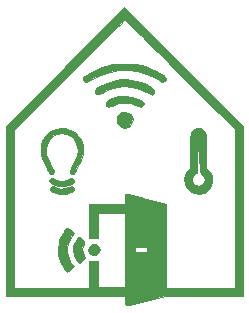
<source format=gbr>
G04 #@! TF.GenerationSoftware,KiCad,Pcbnew,5.1.5+dfsg1-2build2*
G04 #@! TF.CreationDate,2020-06-26T22:11:02+02:00*
G04 #@! TF.ProjectId,robo-car-front-shield,726f626f-2d63-4617-922d-66726f6e742d,rev?*
G04 #@! TF.SameCoordinates,Original*
G04 #@! TF.FileFunction,Legend,Bot*
G04 #@! TF.FilePolarity,Positive*
%FSLAX46Y46*%
G04 Gerber Fmt 4.6, Leading zero omitted, Abs format (unit mm)*
G04 Created by KiCad (PCBNEW 5.1.5+dfsg1-2build2) date 2020-06-26 22:11:02*
%MOMM*%
%LPD*%
G04 APERTURE LIST*
%ADD10C,0.010000*%
G04 APERTURE END LIST*
D10*
G36*
X56963200Y-4301706D02*
G01*
X56501919Y-4347267D01*
X56197500Y-4403862D01*
X55935852Y-4482823D01*
X55618066Y-4601509D01*
X55271949Y-4746965D01*
X54925312Y-4906236D01*
X54605963Y-5066368D01*
X54341711Y-5214406D01*
X54160364Y-5337394D01*
X54123841Y-5369886D01*
X54023162Y-5494674D01*
X54014407Y-5596861D01*
X54035972Y-5646774D01*
X54132825Y-5767835D01*
X54263468Y-5808317D01*
X54446361Y-5766870D01*
X54699965Y-5642148D01*
X54786462Y-5591938D01*
X55509477Y-5232099D01*
X56265988Y-4985952D01*
X57041850Y-4853201D01*
X57822920Y-4833550D01*
X58595054Y-4926703D01*
X59344107Y-5132364D01*
X60055935Y-5450236D01*
X60483750Y-5711274D01*
X60648319Y-5809948D01*
X60767123Y-5832456D01*
X60890161Y-5786047D01*
X60912375Y-5773413D01*
X61008989Y-5655682D01*
X61008999Y-5496937D01*
X60916916Y-5333011D01*
X60848875Y-5268861D01*
X60639299Y-5131006D01*
X60342347Y-4971476D01*
X59992189Y-4805424D01*
X59622993Y-4647999D01*
X59268928Y-4514353D01*
X58964162Y-4419636D01*
X58896250Y-4403038D01*
X58482039Y-4335143D01*
X57994381Y-4295631D01*
X57474394Y-4284489D01*
X56963200Y-4301706D01*
G37*
X56963200Y-4301706D02*
X56501919Y-4347267D01*
X56197500Y-4403862D01*
X55935852Y-4482823D01*
X55618066Y-4601509D01*
X55271949Y-4746965D01*
X54925312Y-4906236D01*
X54605963Y-5066368D01*
X54341711Y-5214406D01*
X54160364Y-5337394D01*
X54123841Y-5369886D01*
X54023162Y-5494674D01*
X54014407Y-5596861D01*
X54035972Y-5646774D01*
X54132825Y-5767835D01*
X54263468Y-5808317D01*
X54446361Y-5766870D01*
X54699965Y-5642148D01*
X54786462Y-5591938D01*
X55509477Y-5232099D01*
X56265988Y-4985952D01*
X57041850Y-4853201D01*
X57822920Y-4833550D01*
X58595054Y-4926703D01*
X59344107Y-5132364D01*
X60055935Y-5450236D01*
X60483750Y-5711274D01*
X60648319Y-5809948D01*
X60767123Y-5832456D01*
X60890161Y-5786047D01*
X60912375Y-5773413D01*
X61008989Y-5655682D01*
X61008999Y-5496937D01*
X60916916Y-5333011D01*
X60848875Y-5268861D01*
X60639299Y-5131006D01*
X60342347Y-4971476D01*
X59992189Y-4805424D01*
X59622993Y-4647999D01*
X59268928Y-4514353D01*
X58964162Y-4419636D01*
X58896250Y-4403038D01*
X58482039Y-4335143D01*
X57994381Y-4295631D01*
X57474394Y-4284489D01*
X56963200Y-4301706D01*
G36*
X57333662Y-5615261D02*
G01*
X57277000Y-5619928D01*
X56795200Y-5693220D01*
X56307572Y-5816876D01*
X55846345Y-5979341D01*
X55443749Y-6169060D01*
X55132011Y-6374476D01*
X55102125Y-6399731D01*
X55004340Y-6549774D01*
X55004203Y-6711954D01*
X55098082Y-6841255D01*
X55139685Y-6864967D01*
X55245714Y-6893426D01*
X55364047Y-6869124D01*
X55533352Y-6781688D01*
X55600060Y-6741476D01*
X56220350Y-6430604D01*
X56860754Y-6243843D01*
X57513831Y-6181330D01*
X58172136Y-6243202D01*
X58828229Y-6429597D01*
X59353634Y-6672336D01*
X59567057Y-6787204D01*
X59733337Y-6874073D01*
X59824768Y-6918562D01*
X59833623Y-6921500D01*
X59896318Y-6888787D01*
X59969644Y-6838567D01*
X60069558Y-6711324D01*
X60058767Y-6567919D01*
X59951536Y-6414809D01*
X59762130Y-6258450D01*
X59504815Y-6105297D01*
X59193855Y-5961807D01*
X58843516Y-5834436D01*
X58468062Y-5729639D01*
X58081758Y-5653874D01*
X57698870Y-5613596D01*
X57333662Y-5615261D01*
G37*
X57333662Y-5615261D02*
X57277000Y-5619928D01*
X56795200Y-5693220D01*
X56307572Y-5816876D01*
X55846345Y-5979341D01*
X55443749Y-6169060D01*
X55132011Y-6374476D01*
X55102125Y-6399731D01*
X55004340Y-6549774D01*
X55004203Y-6711954D01*
X55098082Y-6841255D01*
X55139685Y-6864967D01*
X55245714Y-6893426D01*
X55364047Y-6869124D01*
X55533352Y-6781688D01*
X55600060Y-6741476D01*
X56220350Y-6430604D01*
X56860754Y-6243843D01*
X57513831Y-6181330D01*
X58172136Y-6243202D01*
X58828229Y-6429597D01*
X59353634Y-6672336D01*
X59567057Y-6787204D01*
X59733337Y-6874073D01*
X59824768Y-6918562D01*
X59833623Y-6921500D01*
X59896318Y-6888787D01*
X59969644Y-6838567D01*
X60069558Y-6711324D01*
X60058767Y-6567919D01*
X59951536Y-6414809D01*
X59762130Y-6258450D01*
X59504815Y-6105297D01*
X59193855Y-5961807D01*
X58843516Y-5834436D01*
X58468062Y-5729639D01*
X58081758Y-5653874D01*
X57698870Y-5613596D01*
X57333662Y-5615261D01*
G36*
X57050769Y-7045679D02*
G01*
X56506004Y-7211813D01*
X56345533Y-7286667D01*
X56144697Y-7394132D01*
X56033419Y-7477469D01*
X55985628Y-7565084D01*
X55975256Y-7685379D01*
X55975250Y-7690122D01*
X55989927Y-7840544D01*
X56053083Y-7906758D01*
X56138455Y-7924740D01*
X56282541Y-7906749D01*
X56485350Y-7840515D01*
X56646455Y-7768063D01*
X56845238Y-7676728D01*
X57028421Y-7623058D01*
X57243800Y-7597448D01*
X57531000Y-7590322D01*
X57824169Y-7595527D01*
X58039298Y-7620058D01*
X58224957Y-7673275D01*
X58426330Y-7762875D01*
X58709058Y-7885294D01*
X58909293Y-7929625D01*
X59043789Y-7897022D01*
X59118500Y-7810500D01*
X59152151Y-7658145D01*
X59078100Y-7513284D01*
X58889401Y-7366704D01*
X58711630Y-7270845D01*
X58171893Y-7075072D01*
X57612169Y-7000057D01*
X57050769Y-7045679D01*
G37*
X57050769Y-7045679D02*
X56506004Y-7211813D01*
X56345533Y-7286667D01*
X56144697Y-7394132D01*
X56033419Y-7477469D01*
X55985628Y-7565084D01*
X55975256Y-7685379D01*
X55975250Y-7690122D01*
X55989927Y-7840544D01*
X56053083Y-7906758D01*
X56138455Y-7924740D01*
X56282541Y-7906749D01*
X56485350Y-7840515D01*
X56646455Y-7768063D01*
X56845238Y-7676728D01*
X57028421Y-7623058D01*
X57243800Y-7597448D01*
X57531000Y-7590322D01*
X57824169Y-7595527D01*
X58039298Y-7620058D01*
X58224957Y-7673275D01*
X58426330Y-7762875D01*
X58709058Y-7885294D01*
X58909293Y-7929625D01*
X59043789Y-7897022D01*
X59118500Y-7810500D01*
X59152151Y-7658145D01*
X59078100Y-7513284D01*
X58889401Y-7366704D01*
X58711630Y-7270845D01*
X58171893Y-7075072D01*
X57612169Y-7000057D01*
X57050769Y-7045679D01*
G36*
X57305128Y-8401687D02*
G01*
X57149882Y-8473186D01*
X57067438Y-8545380D01*
X56909418Y-8778386D01*
X56860066Y-9028838D01*
X56908222Y-9272106D01*
X57042726Y-9483565D01*
X57252418Y-9638587D01*
X57526137Y-9712545D01*
X57597697Y-9715500D01*
X57786477Y-9672786D01*
X57979726Y-9532510D01*
X58013600Y-9499600D01*
X58179353Y-9261285D01*
X58233114Y-9012455D01*
X58185230Y-8776687D01*
X58046048Y-8577559D01*
X57825913Y-8438649D01*
X57535174Y-8383533D01*
X57523785Y-8383411D01*
X57305128Y-8401687D01*
G37*
X57305128Y-8401687D02*
X57149882Y-8473186D01*
X57067438Y-8545380D01*
X56909418Y-8778386D01*
X56860066Y-9028838D01*
X56908222Y-9272106D01*
X57042726Y-9483565D01*
X57252418Y-9638587D01*
X57526137Y-9712545D01*
X57597697Y-9715500D01*
X57786477Y-9672786D01*
X57979726Y-9532510D01*
X58013600Y-9499600D01*
X58179353Y-9261285D01*
X58233114Y-9012455D01*
X58185230Y-8776687D01*
X58046048Y-8577559D01*
X57825913Y-8438649D01*
X57535174Y-8383533D01*
X57523785Y-8383411D01*
X57305128Y-8401687D01*
G36*
X51698819Y-9815283D02*
G01*
X51301816Y-9995988D01*
X50942039Y-10281503D01*
X50704315Y-10569284D01*
X50585106Y-10747146D01*
X50510710Y-10885758D01*
X50470565Y-11024851D01*
X50454106Y-11204157D01*
X50450772Y-11463409D01*
X50450750Y-11523064D01*
X50453264Y-11790078D01*
X50467693Y-11988409D01*
X50504369Y-12159085D01*
X50573623Y-12343132D01*
X50685787Y-12581577D01*
X50750048Y-12711584D01*
X50882110Y-12981400D01*
X50998487Y-13226045D01*
X51083607Y-13412424D01*
X51115276Y-13487897D01*
X51196484Y-13617080D01*
X51315584Y-13641306D01*
X51317493Y-13641028D01*
X51448444Y-13604059D01*
X51518218Y-13530545D01*
X51525767Y-13404626D01*
X51470045Y-13210441D01*
X51350006Y-12932130D01*
X51258134Y-12741402D01*
X51120185Y-12449113D01*
X50999599Y-12171596D01*
X50910893Y-11943586D01*
X50872069Y-11817668D01*
X50849173Y-11441225D01*
X50936731Y-11067659D01*
X51121683Y-10729404D01*
X51390972Y-10458897D01*
X51430228Y-10431251D01*
X51812452Y-10243252D01*
X52208083Y-10179379D01*
X52603776Y-10239611D01*
X52986187Y-10423929D01*
X53000460Y-10433504D01*
X53285149Y-10679796D01*
X53464956Y-10971130D01*
X53550939Y-11329618D01*
X53562250Y-11557000D01*
X53556903Y-11747293D01*
X53534047Y-11911418D01*
X53483461Y-12082026D01*
X53394927Y-12291770D01*
X53258224Y-12573303D01*
X53220839Y-12647782D01*
X53064131Y-12970612D01*
X52966058Y-13203963D01*
X52919727Y-13367145D01*
X52918243Y-13479466D01*
X52920424Y-13489157D01*
X52999877Y-13616462D01*
X53122865Y-13653391D01*
X53243310Y-13588397D01*
X53255459Y-13573125D01*
X53303786Y-13487683D01*
X53393545Y-13312163D01*
X53512272Y-13071481D01*
X53647501Y-12790554D01*
X53658737Y-12766924D01*
X53812473Y-12433367D01*
X53916027Y-12178437D01*
X53979937Y-11969213D01*
X54014740Y-11772779D01*
X54028143Y-11612931D01*
X54032787Y-11341956D01*
X54002813Y-11132537D01*
X53927086Y-10921420D01*
X53893410Y-10847506D01*
X53636490Y-10431060D01*
X53312957Y-10110364D01*
X52940117Y-9886928D01*
X52535276Y-9762263D01*
X52115741Y-9737878D01*
X51698819Y-9815283D01*
G37*
X51698819Y-9815283D02*
X51301816Y-9995988D01*
X50942039Y-10281503D01*
X50704315Y-10569284D01*
X50585106Y-10747146D01*
X50510710Y-10885758D01*
X50470565Y-11024851D01*
X50454106Y-11204157D01*
X50450772Y-11463409D01*
X50450750Y-11523064D01*
X50453264Y-11790078D01*
X50467693Y-11988409D01*
X50504369Y-12159085D01*
X50573623Y-12343132D01*
X50685787Y-12581577D01*
X50750048Y-12711584D01*
X50882110Y-12981400D01*
X50998487Y-13226045D01*
X51083607Y-13412424D01*
X51115276Y-13487897D01*
X51196484Y-13617080D01*
X51315584Y-13641306D01*
X51317493Y-13641028D01*
X51448444Y-13604059D01*
X51518218Y-13530545D01*
X51525767Y-13404626D01*
X51470045Y-13210441D01*
X51350006Y-12932130D01*
X51258134Y-12741402D01*
X51120185Y-12449113D01*
X50999599Y-12171596D01*
X50910893Y-11943586D01*
X50872069Y-11817668D01*
X50849173Y-11441225D01*
X50936731Y-11067659D01*
X51121683Y-10729404D01*
X51390972Y-10458897D01*
X51430228Y-10431251D01*
X51812452Y-10243252D01*
X52208083Y-10179379D01*
X52603776Y-10239611D01*
X52986187Y-10423929D01*
X53000460Y-10433504D01*
X53285149Y-10679796D01*
X53464956Y-10971130D01*
X53550939Y-11329618D01*
X53562250Y-11557000D01*
X53556903Y-11747293D01*
X53534047Y-11911418D01*
X53483461Y-12082026D01*
X53394927Y-12291770D01*
X53258224Y-12573303D01*
X53220839Y-12647782D01*
X53064131Y-12970612D01*
X52966058Y-13203963D01*
X52919727Y-13367145D01*
X52918243Y-13479466D01*
X52920424Y-13489157D01*
X52999877Y-13616462D01*
X53122865Y-13653391D01*
X53243310Y-13588397D01*
X53255459Y-13573125D01*
X53303786Y-13487683D01*
X53393545Y-13312163D01*
X53512272Y-13071481D01*
X53647501Y-12790554D01*
X53658737Y-12766924D01*
X53812473Y-12433367D01*
X53916027Y-12178437D01*
X53979937Y-11969213D01*
X54014740Y-11772779D01*
X54028143Y-11612931D01*
X54032787Y-11341956D01*
X54002813Y-11132537D01*
X53927086Y-10921420D01*
X53893410Y-10847506D01*
X53636490Y-10431060D01*
X53312957Y-10110364D01*
X52940117Y-9886928D01*
X52535276Y-9762263D01*
X52115741Y-9737878D01*
X51698819Y-9815283D01*
G36*
X52975292Y-14005175D02*
G01*
X52849487Y-14059263D01*
X52443775Y-14190706D01*
X52043966Y-14195293D01*
X51703166Y-14097039D01*
X51448882Y-14007716D01*
X51283617Y-14000478D01*
X51198203Y-14076863D01*
X51181000Y-14184592D01*
X51239828Y-14327442D01*
X51398950Y-14451048D01*
X51632323Y-14549127D01*
X51913903Y-14615396D01*
X52217648Y-14643574D01*
X52517516Y-14627377D01*
X52768500Y-14567553D01*
X53053310Y-14440673D01*
X53221419Y-14308522D01*
X53269598Y-14175327D01*
X53194618Y-14045319D01*
X53178200Y-14030968D01*
X53090522Y-13986849D01*
X52975292Y-14005175D01*
G37*
X52975292Y-14005175D02*
X52849487Y-14059263D01*
X52443775Y-14190706D01*
X52043966Y-14195293D01*
X51703166Y-14097039D01*
X51448882Y-14007716D01*
X51283617Y-14000478D01*
X51198203Y-14076863D01*
X51181000Y-14184592D01*
X51239828Y-14327442D01*
X51398950Y-14451048D01*
X51632323Y-14549127D01*
X51913903Y-14615396D01*
X52217648Y-14643574D01*
X52517516Y-14627377D01*
X52768500Y-14567553D01*
X53053310Y-14440673D01*
X53221419Y-14308522D01*
X53269598Y-14175327D01*
X53194618Y-14045319D01*
X53178200Y-14030968D01*
X53090522Y-13986849D01*
X52975292Y-14005175D01*
G36*
X51277534Y-14691459D02*
G01*
X51185041Y-14809945D01*
X51202280Y-14935132D01*
X51313137Y-15056650D01*
X51501496Y-15164130D01*
X51751243Y-15247205D01*
X52046263Y-15295504D01*
X52228750Y-15303500D01*
X52541125Y-15288290D01*
X52783676Y-15235604D01*
X52961421Y-15160625D01*
X53141897Y-15053988D01*
X53227138Y-14954122D01*
X53244750Y-14859000D01*
X53198424Y-14726182D01*
X53070214Y-14677296D01*
X52876270Y-14715540D01*
X52767181Y-14764432D01*
X52497914Y-14847233D01*
X52174744Y-14864490D01*
X51851816Y-14817406D01*
X51640050Y-14739422D01*
X51468802Y-14663127D01*
X51359316Y-14651529D01*
X51277534Y-14691459D01*
G37*
X51277534Y-14691459D02*
X51185041Y-14809945D01*
X51202280Y-14935132D01*
X51313137Y-15056650D01*
X51501496Y-15164130D01*
X51751243Y-15247205D01*
X52046263Y-15295504D01*
X52228750Y-15303500D01*
X52541125Y-15288290D01*
X52783676Y-15235604D01*
X52961421Y-15160625D01*
X53141897Y-15053988D01*
X53227138Y-14954122D01*
X53244750Y-14859000D01*
X53198424Y-14726182D01*
X53070214Y-14677296D01*
X52876270Y-14715540D01*
X52767181Y-14764432D01*
X52497914Y-14847233D01*
X52174744Y-14864490D01*
X51851816Y-14817406D01*
X51640050Y-14739422D01*
X51468802Y-14663127D01*
X51359316Y-14651529D01*
X51277534Y-14691459D01*
G36*
X63640833Y-9757843D02*
G01*
X63488885Y-9820159D01*
X63356492Y-9905996D01*
X63253987Y-10002987D01*
X63177603Y-10127754D01*
X63123572Y-10296915D01*
X63088124Y-10527091D01*
X63067492Y-10834902D01*
X63057907Y-11236969D01*
X63055599Y-11731075D01*
X63055500Y-13079901D01*
X62839363Y-13363056D01*
X62645465Y-13709103D01*
X62570371Y-14070731D01*
X62613727Y-14429163D01*
X62775179Y-14765620D01*
X62868059Y-14884531D01*
X63167073Y-15138333D01*
X63507346Y-15278820D01*
X63868900Y-15303046D01*
X64231758Y-15208063D01*
X64411780Y-15112203D01*
X64686437Y-14870322D01*
X64868143Y-14568037D01*
X64954157Y-14231150D01*
X64950804Y-14137823D01*
X64325451Y-14137823D01*
X64246790Y-14369443D01*
X64223456Y-14404930D01*
X64030701Y-14588573D01*
X63799956Y-14652553D01*
X63542814Y-14594126D01*
X63503732Y-14575179D01*
X63332276Y-14423598D01*
X63244518Y-14214281D01*
X63239586Y-13984001D01*
X63316608Y-13769531D01*
X63474709Y-13607647D01*
X63527363Y-13579445D01*
X63688324Y-13506106D01*
X63705287Y-11959988D01*
X63713446Y-11449737D01*
X63725497Y-11030335D01*
X63741001Y-10710325D01*
X63759518Y-10498254D01*
X63780607Y-10402665D01*
X63785750Y-10398060D01*
X63808102Y-10454760D01*
X63827512Y-10633166D01*
X63843702Y-10928014D01*
X63856396Y-11334038D01*
X63865316Y-11845971D01*
X63866267Y-11927465D01*
X63883283Y-13472680D01*
X64104392Y-13681213D01*
X64277797Y-13907269D01*
X64325451Y-14137823D01*
X64950804Y-14137823D01*
X64941737Y-13885468D01*
X64828143Y-13556792D01*
X64610633Y-13270929D01*
X64607673Y-13268138D01*
X64452501Y-13122362D01*
X64452501Y-11696301D01*
X64451807Y-11231260D01*
X64448766Y-10875280D01*
X64441941Y-10610424D01*
X64429892Y-10418756D01*
X64411181Y-10282339D01*
X64384370Y-10183237D01*
X64348020Y-10103513D01*
X64321078Y-10057594D01*
X64131772Y-9853373D01*
X63895199Y-9750654D01*
X63640833Y-9757843D01*
G37*
X63640833Y-9757843D02*
X63488885Y-9820159D01*
X63356492Y-9905996D01*
X63253987Y-10002987D01*
X63177603Y-10127754D01*
X63123572Y-10296915D01*
X63088124Y-10527091D01*
X63067492Y-10834902D01*
X63057907Y-11236969D01*
X63055599Y-11731075D01*
X63055500Y-13079901D01*
X62839363Y-13363056D01*
X62645465Y-13709103D01*
X62570371Y-14070731D01*
X62613727Y-14429163D01*
X62775179Y-14765620D01*
X62868059Y-14884531D01*
X63167073Y-15138333D01*
X63507346Y-15278820D01*
X63868900Y-15303046D01*
X64231758Y-15208063D01*
X64411780Y-15112203D01*
X64686437Y-14870322D01*
X64868143Y-14568037D01*
X64954157Y-14231150D01*
X64950804Y-14137823D01*
X64325451Y-14137823D01*
X64246790Y-14369443D01*
X64223456Y-14404930D01*
X64030701Y-14588573D01*
X63799956Y-14652553D01*
X63542814Y-14594126D01*
X63503732Y-14575179D01*
X63332276Y-14423598D01*
X63244518Y-14214281D01*
X63239586Y-13984001D01*
X63316608Y-13769531D01*
X63474709Y-13607647D01*
X63527363Y-13579445D01*
X63688324Y-13506106D01*
X63705287Y-11959988D01*
X63713446Y-11449737D01*
X63725497Y-11030335D01*
X63741001Y-10710325D01*
X63759518Y-10498254D01*
X63780607Y-10402665D01*
X63785750Y-10398060D01*
X63808102Y-10454760D01*
X63827512Y-10633166D01*
X63843702Y-10928014D01*
X63856396Y-11334038D01*
X63865316Y-11845971D01*
X63866267Y-11927465D01*
X63883283Y-13472680D01*
X64104392Y-13681213D01*
X64277797Y-13907269D01*
X64325451Y-14137823D01*
X64950804Y-14137823D01*
X64941737Y-13885468D01*
X64828143Y-13556792D01*
X64610633Y-13270929D01*
X64607673Y-13268138D01*
X64452501Y-13122362D01*
X64452501Y-11696301D01*
X64451807Y-11231260D01*
X64448766Y-10875280D01*
X64441941Y-10610424D01*
X64429892Y-10418756D01*
X64411181Y-10282339D01*
X64384370Y-10183237D01*
X64348020Y-10103513D01*
X64321078Y-10057594D01*
X64131772Y-9853373D01*
X63895199Y-9750654D01*
X63640833Y-9757843D01*
G36*
X54793185Y-19591356D02*
G01*
X54613512Y-19686338D01*
X54500413Y-19853462D01*
X54459495Y-20055086D01*
X54496367Y-20253571D01*
X54616637Y-20411274D01*
X54666286Y-20443139D01*
X54903970Y-20511812D01*
X55130416Y-20474729D01*
X55303892Y-20343186D01*
X55409046Y-20176375D01*
X55424081Y-20025333D01*
X55352743Y-19836482D01*
X55340947Y-19813346D01*
X55198088Y-19638635D01*
X54998775Y-19571754D01*
X54793185Y-19591356D01*
G37*
X54793185Y-19591356D02*
X54613512Y-19686338D01*
X54500413Y-19853462D01*
X54459495Y-20055086D01*
X54496367Y-20253571D01*
X54616637Y-20411274D01*
X54666286Y-20443139D01*
X54903970Y-20511812D01*
X55130416Y-20474729D01*
X55303892Y-20343186D01*
X55409046Y-20176375D01*
X55424081Y-20025333D01*
X55352743Y-19836482D01*
X55340947Y-19813346D01*
X55198088Y-19638635D01*
X54998775Y-19571754D01*
X54793185Y-19591356D01*
G36*
X53593023Y-18997843D02*
G01*
X53481879Y-19140087D01*
X53383171Y-19298350D01*
X53262152Y-19543679D01*
X53203965Y-19765651D01*
X53189188Y-20031582D01*
X53227551Y-20385326D01*
X53332272Y-20721623D01*
X53487795Y-20998171D01*
X53583660Y-21104391D01*
X53655383Y-21155800D01*
X53724629Y-21150284D01*
X53822784Y-21074726D01*
X53944695Y-20953520D01*
X54192277Y-20699974D01*
X54073743Y-20499311D01*
X53985345Y-20255791D01*
X53963520Y-19974178D01*
X54008635Y-19710534D01*
X54067767Y-19584628D01*
X54124204Y-19484761D01*
X54126714Y-19401988D01*
X54065487Y-19294665D01*
X53970388Y-19171176D01*
X53837659Y-19028970D01*
X53720349Y-18945693D01*
X53672998Y-18935726D01*
X53593023Y-18997843D01*
G37*
X53593023Y-18997843D02*
X53481879Y-19140087D01*
X53383171Y-19298350D01*
X53262152Y-19543679D01*
X53203965Y-19765651D01*
X53189188Y-20031582D01*
X53227551Y-20385326D01*
X53332272Y-20721623D01*
X53487795Y-20998171D01*
X53583660Y-21104391D01*
X53655383Y-21155800D01*
X53724629Y-21150284D01*
X53822784Y-21074726D01*
X53944695Y-20953520D01*
X54192277Y-20699974D01*
X54073743Y-20499311D01*
X53985345Y-20255791D01*
X53963520Y-19974178D01*
X54008635Y-19710534D01*
X54067767Y-19584628D01*
X54124204Y-19484761D01*
X54126714Y-19401988D01*
X54065487Y-19294665D01*
X53970388Y-19171176D01*
X53837659Y-19028970D01*
X53720349Y-18945693D01*
X53672998Y-18935726D01*
X53593023Y-18997843D01*
G36*
X52642079Y-18192392D02*
G01*
X52522506Y-18310750D01*
X52381061Y-18516902D01*
X52235424Y-18777955D01*
X52103276Y-19061020D01*
X52002298Y-19333205D01*
X51973496Y-19436120D01*
X51896244Y-19972817D01*
X51936146Y-20497480D01*
X52073634Y-20981885D01*
X52175863Y-21210087D01*
X52308741Y-21446509D01*
X52451255Y-21659540D01*
X52582394Y-21817568D01*
X52675505Y-21887391D01*
X52752457Y-21857374D01*
X52881773Y-21757251D01*
X52989090Y-21655200D01*
X53236921Y-21401398D01*
X53101063Y-21256783D01*
X52953180Y-21046496D01*
X52816014Y-20759833D01*
X52711357Y-20446936D01*
X52674469Y-20275241D01*
X52667994Y-19899873D01*
X52752662Y-19495704D01*
X52916999Y-19108756D01*
X52998789Y-18974555D01*
X53219887Y-18646004D01*
X52969362Y-18395479D01*
X52802631Y-18250256D01*
X52680877Y-18187908D01*
X52642079Y-18192392D01*
G37*
X52642079Y-18192392D02*
X52522506Y-18310750D01*
X52381061Y-18516902D01*
X52235424Y-18777955D01*
X52103276Y-19061020D01*
X52002298Y-19333205D01*
X51973496Y-19436120D01*
X51896244Y-19972817D01*
X51936146Y-20497480D01*
X52073634Y-20981885D01*
X52175863Y-21210087D01*
X52308741Y-21446509D01*
X52451255Y-21659540D01*
X52582394Y-21817568D01*
X52675505Y-21887391D01*
X52752457Y-21857374D01*
X52881773Y-21757251D01*
X52989090Y-21655200D01*
X53236921Y-21401398D01*
X53101063Y-21256783D01*
X52953180Y-21046496D01*
X52816014Y-20759833D01*
X52711357Y-20446936D01*
X52674469Y-20275241D01*
X52667994Y-19899873D01*
X52752662Y-19495704D01*
X52916999Y-19108756D01*
X52998789Y-18974555D01*
X53219887Y-18646004D01*
X52969362Y-18395479D01*
X52802631Y-18250256D01*
X52680877Y-18187908D01*
X52642079Y-18192392D01*
G36*
X52514500Y-4540250D02*
G01*
X47498000Y-9556448D01*
X47498000Y-23939500D01*
X57594500Y-23939500D01*
X57594500Y-24352250D01*
X57603616Y-24597755D01*
X57632492Y-24729262D01*
X57673875Y-24760249D01*
X57754781Y-24743743D01*
X57941354Y-24699738D01*
X58216298Y-24632504D01*
X58562317Y-24546310D01*
X58962115Y-24445422D01*
X59340750Y-24348886D01*
X60928250Y-23942273D01*
X64246125Y-23940886D01*
X67564000Y-23939500D01*
X67564000Y-9845481D01*
X66865500Y-9845481D01*
X66865500Y-23241000D01*
X61023500Y-23241000D01*
X61023500Y-19812000D01*
X59436000Y-19812000D01*
X59436000Y-20256500D01*
X58420000Y-20256500D01*
X58420000Y-19812000D01*
X59436000Y-19812000D01*
X61023500Y-19812000D01*
X61023500Y-19692912D01*
X61023501Y-16144825D01*
X59341596Y-15724162D01*
X58898805Y-15613702D01*
X58497296Y-15514090D01*
X58153256Y-15429297D01*
X57882872Y-15363295D01*
X57702335Y-15320057D01*
X57627830Y-15303553D01*
X57627096Y-15303500D01*
X57610494Y-15361433D01*
X57598754Y-15513010D01*
X57594500Y-15716250D01*
X57594500Y-16129000D01*
X54546500Y-16129000D01*
X54546500Y-19081750D01*
X55308500Y-19081750D01*
X55308500Y-16891000D01*
X57594500Y-16891000D01*
X57594500Y-23177500D01*
X55308500Y-23177500D01*
X55308500Y-20986750D01*
X54546500Y-20986750D01*
X54546500Y-23241000D01*
X48196500Y-23241000D01*
X48196500Y-16557785D01*
X48196501Y-9874571D01*
X52847714Y-5223035D01*
X53486508Y-4584638D01*
X54100251Y-3972136D01*
X54682969Y-3391446D01*
X55228684Y-2848484D01*
X55731423Y-2349167D01*
X56185209Y-1899411D01*
X56584068Y-1505132D01*
X56922024Y-1172248D01*
X57193101Y-906673D01*
X57391325Y-714326D01*
X57510719Y-601121D01*
X57545603Y-571499D01*
X57595982Y-615465D01*
X57730073Y-743412D01*
X57941893Y-949414D01*
X58225456Y-1227545D01*
X58574778Y-1571881D01*
X58983874Y-1976494D01*
X59446758Y-2435459D01*
X59957446Y-2942851D01*
X60509953Y-3492743D01*
X61098294Y-4079210D01*
X61716484Y-4696327D01*
X62228890Y-5208490D01*
X66865500Y-9845481D01*
X67564000Y-9845481D01*
X67564000Y-9556448D01*
X62547500Y-4540250D01*
X57531000Y475949D01*
X52514500Y-4540250D01*
G37*
X52514500Y-4540250D02*
X47498000Y-9556448D01*
X47498000Y-23939500D01*
X57594500Y-23939500D01*
X57594500Y-24352250D01*
X57603616Y-24597755D01*
X57632492Y-24729262D01*
X57673875Y-24760249D01*
X57754781Y-24743743D01*
X57941354Y-24699738D01*
X58216298Y-24632504D01*
X58562317Y-24546310D01*
X58962115Y-24445422D01*
X59340750Y-24348886D01*
X60928250Y-23942273D01*
X64246125Y-23940886D01*
X67564000Y-23939500D01*
X67564000Y-9845481D01*
X66865500Y-9845481D01*
X66865500Y-23241000D01*
X61023500Y-23241000D01*
X61023500Y-19812000D01*
X59436000Y-19812000D01*
X59436000Y-20256500D01*
X58420000Y-20256500D01*
X58420000Y-19812000D01*
X59436000Y-19812000D01*
X61023500Y-19812000D01*
X61023500Y-19692912D01*
X61023501Y-16144825D01*
X59341596Y-15724162D01*
X58898805Y-15613702D01*
X58497296Y-15514090D01*
X58153256Y-15429297D01*
X57882872Y-15363295D01*
X57702335Y-15320057D01*
X57627830Y-15303553D01*
X57627096Y-15303500D01*
X57610494Y-15361433D01*
X57598754Y-15513010D01*
X57594500Y-15716250D01*
X57594500Y-16129000D01*
X54546500Y-16129000D01*
X54546500Y-19081750D01*
X55308500Y-19081750D01*
X55308500Y-16891000D01*
X57594500Y-16891000D01*
X57594500Y-23177500D01*
X55308500Y-23177500D01*
X55308500Y-20986750D01*
X54546500Y-20986750D01*
X54546500Y-23241000D01*
X48196500Y-23241000D01*
X48196500Y-16557785D01*
X48196501Y-9874571D01*
X52847714Y-5223035D01*
X53486508Y-4584638D01*
X54100251Y-3972136D01*
X54682969Y-3391446D01*
X55228684Y-2848484D01*
X55731423Y-2349167D01*
X56185209Y-1899411D01*
X56584068Y-1505132D01*
X56922024Y-1172248D01*
X57193101Y-906673D01*
X57391325Y-714326D01*
X57510719Y-601121D01*
X57545603Y-571499D01*
X57595982Y-615465D01*
X57730073Y-743412D01*
X57941893Y-949414D01*
X58225456Y-1227545D01*
X58574778Y-1571881D01*
X58983874Y-1976494D01*
X59446758Y-2435459D01*
X59957446Y-2942851D01*
X60509953Y-3492743D01*
X61098294Y-4079210D01*
X61716484Y-4696327D01*
X62228890Y-5208490D01*
X66865500Y-9845481D01*
X67564000Y-9845481D01*
X67564000Y-9556448D01*
X62547500Y-4540250D01*
X57531000Y475949D01*
X52514500Y-4540250D01*
M02*

</source>
